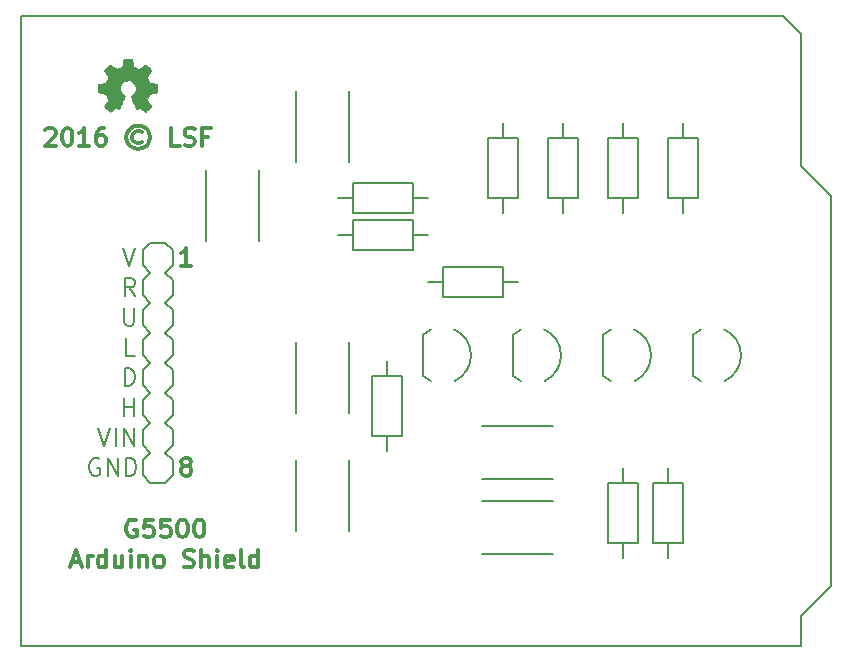
<source format=gbr>
G04 #@! TF.FileFunction,Legend,Top*
%FSLAX46Y46*%
G04 Gerber Fmt 4.6, Leading zero omitted, Abs format (unit mm)*
G04 Created by KiCad (PCBNEW 4.0.5) date Tue Feb 28 17:38:33 2017*
%MOMM*%
%LPD*%
G01*
G04 APERTURE LIST*
%ADD10C,0.100000*%
%ADD11C,0.300000*%
%ADD12C,0.200000*%
%ADD13C,0.150000*%
%ADD14C,0.203200*%
%ADD15C,0.002540*%
G04 APERTURE END LIST*
D10*
D11*
X119400715Y-78696429D02*
X119472144Y-78625000D01*
X119615001Y-78553571D01*
X119972144Y-78553571D01*
X120115001Y-78625000D01*
X120186430Y-78696429D01*
X120257858Y-78839286D01*
X120257858Y-78982143D01*
X120186430Y-79196429D01*
X119329287Y-80053571D01*
X120257858Y-80053571D01*
X121186429Y-78553571D02*
X121329286Y-78553571D01*
X121472143Y-78625000D01*
X121543572Y-78696429D01*
X121615001Y-78839286D01*
X121686429Y-79125000D01*
X121686429Y-79482143D01*
X121615001Y-79767857D01*
X121543572Y-79910714D01*
X121472143Y-79982143D01*
X121329286Y-80053571D01*
X121186429Y-80053571D01*
X121043572Y-79982143D01*
X120972143Y-79910714D01*
X120900715Y-79767857D01*
X120829286Y-79482143D01*
X120829286Y-79125000D01*
X120900715Y-78839286D01*
X120972143Y-78696429D01*
X121043572Y-78625000D01*
X121186429Y-78553571D01*
X123115000Y-80053571D02*
X122257857Y-80053571D01*
X122686429Y-80053571D02*
X122686429Y-78553571D01*
X122543572Y-78767857D01*
X122400714Y-78910714D01*
X122257857Y-78982143D01*
X124400714Y-78553571D02*
X124115000Y-78553571D01*
X123972143Y-78625000D01*
X123900714Y-78696429D01*
X123757857Y-78910714D01*
X123686428Y-79196429D01*
X123686428Y-79767857D01*
X123757857Y-79910714D01*
X123829285Y-79982143D01*
X123972143Y-80053571D01*
X124257857Y-80053571D01*
X124400714Y-79982143D01*
X124472143Y-79910714D01*
X124543571Y-79767857D01*
X124543571Y-79410714D01*
X124472143Y-79267857D01*
X124400714Y-79196429D01*
X124257857Y-79125000D01*
X123972143Y-79125000D01*
X123829285Y-79196429D01*
X123757857Y-79267857D01*
X123686428Y-79410714D01*
X127543571Y-78910714D02*
X127400713Y-78839286D01*
X127114999Y-78839286D01*
X126972142Y-78910714D01*
X126829285Y-79053571D01*
X126757856Y-79196429D01*
X126757856Y-79482143D01*
X126829285Y-79625000D01*
X126972142Y-79767857D01*
X127114999Y-79839286D01*
X127400713Y-79839286D01*
X127543571Y-79767857D01*
X127257856Y-78339286D02*
X126900713Y-78410714D01*
X126543571Y-78625000D01*
X126329285Y-78982143D01*
X126257856Y-79339286D01*
X126329285Y-79696429D01*
X126543571Y-80053571D01*
X126900713Y-80267857D01*
X127257856Y-80339286D01*
X127614999Y-80267857D01*
X127972142Y-80053571D01*
X128186428Y-79696429D01*
X128257856Y-79339286D01*
X128186428Y-78982143D01*
X127972142Y-78625000D01*
X127614999Y-78410714D01*
X127257856Y-78339286D01*
X130757857Y-80053571D02*
X130043571Y-80053571D01*
X130043571Y-78553571D01*
X131186428Y-79982143D02*
X131400714Y-80053571D01*
X131757857Y-80053571D01*
X131900714Y-79982143D01*
X131972143Y-79910714D01*
X132043571Y-79767857D01*
X132043571Y-79625000D01*
X131972143Y-79482143D01*
X131900714Y-79410714D01*
X131757857Y-79339286D01*
X131472143Y-79267857D01*
X131329285Y-79196429D01*
X131257857Y-79125000D01*
X131186428Y-78982143D01*
X131186428Y-78839286D01*
X131257857Y-78696429D01*
X131329285Y-78625000D01*
X131472143Y-78553571D01*
X131829285Y-78553571D01*
X132043571Y-78625000D01*
X133186428Y-79267857D02*
X132686428Y-79267857D01*
X132686428Y-80053571D02*
X132686428Y-78553571D01*
X133400714Y-78553571D01*
X127075715Y-111767000D02*
X126932858Y-111695571D01*
X126718572Y-111695571D01*
X126504287Y-111767000D01*
X126361429Y-111909857D01*
X126290001Y-112052714D01*
X126218572Y-112338429D01*
X126218572Y-112552714D01*
X126290001Y-112838429D01*
X126361429Y-112981286D01*
X126504287Y-113124143D01*
X126718572Y-113195571D01*
X126861429Y-113195571D01*
X127075715Y-113124143D01*
X127147144Y-113052714D01*
X127147144Y-112552714D01*
X126861429Y-112552714D01*
X128504287Y-111695571D02*
X127790001Y-111695571D01*
X127718572Y-112409857D01*
X127790001Y-112338429D01*
X127932858Y-112267000D01*
X128290001Y-112267000D01*
X128432858Y-112338429D01*
X128504287Y-112409857D01*
X128575715Y-112552714D01*
X128575715Y-112909857D01*
X128504287Y-113052714D01*
X128432858Y-113124143D01*
X128290001Y-113195571D01*
X127932858Y-113195571D01*
X127790001Y-113124143D01*
X127718572Y-113052714D01*
X129932858Y-111695571D02*
X129218572Y-111695571D01*
X129147143Y-112409857D01*
X129218572Y-112338429D01*
X129361429Y-112267000D01*
X129718572Y-112267000D01*
X129861429Y-112338429D01*
X129932858Y-112409857D01*
X130004286Y-112552714D01*
X130004286Y-112909857D01*
X129932858Y-113052714D01*
X129861429Y-113124143D01*
X129718572Y-113195571D01*
X129361429Y-113195571D01*
X129218572Y-113124143D01*
X129147143Y-113052714D01*
X130932857Y-111695571D02*
X131075714Y-111695571D01*
X131218571Y-111767000D01*
X131290000Y-111838429D01*
X131361429Y-111981286D01*
X131432857Y-112267000D01*
X131432857Y-112624143D01*
X131361429Y-112909857D01*
X131290000Y-113052714D01*
X131218571Y-113124143D01*
X131075714Y-113195571D01*
X130932857Y-113195571D01*
X130790000Y-113124143D01*
X130718571Y-113052714D01*
X130647143Y-112909857D01*
X130575714Y-112624143D01*
X130575714Y-112267000D01*
X130647143Y-111981286D01*
X130718571Y-111838429D01*
X130790000Y-111767000D01*
X130932857Y-111695571D01*
X132361428Y-111695571D02*
X132504285Y-111695571D01*
X132647142Y-111767000D01*
X132718571Y-111838429D01*
X132790000Y-111981286D01*
X132861428Y-112267000D01*
X132861428Y-112624143D01*
X132790000Y-112909857D01*
X132718571Y-113052714D01*
X132647142Y-113124143D01*
X132504285Y-113195571D01*
X132361428Y-113195571D01*
X132218571Y-113124143D01*
X132147142Y-113052714D01*
X132075714Y-112909857D01*
X132004285Y-112624143D01*
X132004285Y-112267000D01*
X132075714Y-111981286D01*
X132147142Y-111838429D01*
X132218571Y-111767000D01*
X132361428Y-111695571D01*
X121611429Y-115317000D02*
X122325715Y-115317000D01*
X121468572Y-115745571D02*
X121968572Y-114245571D01*
X122468572Y-115745571D01*
X122968572Y-115745571D02*
X122968572Y-114745571D01*
X122968572Y-115031286D02*
X123040000Y-114888429D01*
X123111429Y-114817000D01*
X123254286Y-114745571D01*
X123397143Y-114745571D01*
X124540000Y-115745571D02*
X124540000Y-114245571D01*
X124540000Y-115674143D02*
X124397143Y-115745571D01*
X124111429Y-115745571D01*
X123968571Y-115674143D01*
X123897143Y-115602714D01*
X123825714Y-115459857D01*
X123825714Y-115031286D01*
X123897143Y-114888429D01*
X123968571Y-114817000D01*
X124111429Y-114745571D01*
X124397143Y-114745571D01*
X124540000Y-114817000D01*
X125897143Y-114745571D02*
X125897143Y-115745571D01*
X125254286Y-114745571D02*
X125254286Y-115531286D01*
X125325714Y-115674143D01*
X125468572Y-115745571D01*
X125682857Y-115745571D01*
X125825714Y-115674143D01*
X125897143Y-115602714D01*
X126611429Y-115745571D02*
X126611429Y-114745571D01*
X126611429Y-114245571D02*
X126540000Y-114317000D01*
X126611429Y-114388429D01*
X126682857Y-114317000D01*
X126611429Y-114245571D01*
X126611429Y-114388429D01*
X127325715Y-114745571D02*
X127325715Y-115745571D01*
X127325715Y-114888429D02*
X127397143Y-114817000D01*
X127540001Y-114745571D01*
X127754286Y-114745571D01*
X127897143Y-114817000D01*
X127968572Y-114959857D01*
X127968572Y-115745571D01*
X128897144Y-115745571D02*
X128754286Y-115674143D01*
X128682858Y-115602714D01*
X128611429Y-115459857D01*
X128611429Y-115031286D01*
X128682858Y-114888429D01*
X128754286Y-114817000D01*
X128897144Y-114745571D01*
X129111429Y-114745571D01*
X129254286Y-114817000D01*
X129325715Y-114888429D01*
X129397144Y-115031286D01*
X129397144Y-115459857D01*
X129325715Y-115602714D01*
X129254286Y-115674143D01*
X129111429Y-115745571D01*
X128897144Y-115745571D01*
X131111429Y-115674143D02*
X131325715Y-115745571D01*
X131682858Y-115745571D01*
X131825715Y-115674143D01*
X131897144Y-115602714D01*
X131968572Y-115459857D01*
X131968572Y-115317000D01*
X131897144Y-115174143D01*
X131825715Y-115102714D01*
X131682858Y-115031286D01*
X131397144Y-114959857D01*
X131254286Y-114888429D01*
X131182858Y-114817000D01*
X131111429Y-114674143D01*
X131111429Y-114531286D01*
X131182858Y-114388429D01*
X131254286Y-114317000D01*
X131397144Y-114245571D01*
X131754286Y-114245571D01*
X131968572Y-114317000D01*
X132611429Y-115745571D02*
X132611429Y-114245571D01*
X133254286Y-115745571D02*
X133254286Y-114959857D01*
X133182857Y-114817000D01*
X133040000Y-114745571D01*
X132825715Y-114745571D01*
X132682857Y-114817000D01*
X132611429Y-114888429D01*
X133968572Y-115745571D02*
X133968572Y-114745571D01*
X133968572Y-114245571D02*
X133897143Y-114317000D01*
X133968572Y-114388429D01*
X134040000Y-114317000D01*
X133968572Y-114245571D01*
X133968572Y-114388429D01*
X135254286Y-115674143D02*
X135111429Y-115745571D01*
X134825715Y-115745571D01*
X134682858Y-115674143D01*
X134611429Y-115531286D01*
X134611429Y-114959857D01*
X134682858Y-114817000D01*
X134825715Y-114745571D01*
X135111429Y-114745571D01*
X135254286Y-114817000D01*
X135325715Y-114959857D01*
X135325715Y-115102714D01*
X134611429Y-115245571D01*
X136182858Y-115745571D02*
X136040000Y-115674143D01*
X135968572Y-115531286D01*
X135968572Y-114245571D01*
X137397143Y-115745571D02*
X137397143Y-114245571D01*
X137397143Y-115674143D02*
X137254286Y-115745571D01*
X136968572Y-115745571D01*
X136825714Y-115674143D01*
X136754286Y-115602714D01*
X136682857Y-115459857D01*
X136682857Y-115031286D01*
X136754286Y-114888429D01*
X136825714Y-114817000D01*
X136968572Y-114745571D01*
X137254286Y-114745571D01*
X137397143Y-114817000D01*
D12*
X123952143Y-106565000D02*
X123809286Y-106493571D01*
X123595000Y-106493571D01*
X123380715Y-106565000D01*
X123237857Y-106707857D01*
X123166429Y-106850714D01*
X123095000Y-107136429D01*
X123095000Y-107350714D01*
X123166429Y-107636429D01*
X123237857Y-107779286D01*
X123380715Y-107922143D01*
X123595000Y-107993571D01*
X123737857Y-107993571D01*
X123952143Y-107922143D01*
X124023572Y-107850714D01*
X124023572Y-107350714D01*
X123737857Y-107350714D01*
X124666429Y-107993571D02*
X124666429Y-106493571D01*
X125523572Y-107993571D01*
X125523572Y-106493571D01*
X126237858Y-107993571D02*
X126237858Y-106493571D01*
X126595001Y-106493571D01*
X126809286Y-106565000D01*
X126952144Y-106707857D01*
X127023572Y-106850714D01*
X127095001Y-107136429D01*
X127095001Y-107350714D01*
X127023572Y-107636429D01*
X126952144Y-107779286D01*
X126809286Y-107922143D01*
X126595001Y-107993571D01*
X126237858Y-107993571D01*
X123833143Y-103953571D02*
X124333143Y-105453571D01*
X124833143Y-103953571D01*
X125333143Y-105453571D02*
X125333143Y-103953571D01*
X126047429Y-105453571D02*
X126047429Y-103953571D01*
X126904572Y-105453571D01*
X126904572Y-103953571D01*
X126063429Y-102913571D02*
X126063429Y-101413571D01*
X126063429Y-102127857D02*
X126920572Y-102127857D01*
X126920572Y-102913571D02*
X126920572Y-101413571D01*
X126099143Y-100373571D02*
X126099143Y-98873571D01*
X126456286Y-98873571D01*
X126670571Y-98945000D01*
X126813429Y-99087857D01*
X126884857Y-99230714D01*
X126956286Y-99516429D01*
X126956286Y-99730714D01*
X126884857Y-100016429D01*
X126813429Y-100159286D01*
X126670571Y-100302143D01*
X126456286Y-100373571D01*
X126099143Y-100373571D01*
X126956286Y-97833571D02*
X126242000Y-97833571D01*
X126242000Y-96333571D01*
X126063429Y-93793571D02*
X126063429Y-95007857D01*
X126134857Y-95150714D01*
X126206286Y-95222143D01*
X126349143Y-95293571D01*
X126634857Y-95293571D01*
X126777715Y-95222143D01*
X126849143Y-95150714D01*
X126920572Y-95007857D01*
X126920572Y-93793571D01*
X126956286Y-92753571D02*
X126456286Y-92039286D01*
X126099143Y-92753571D02*
X126099143Y-91253571D01*
X126670571Y-91253571D01*
X126813429Y-91325000D01*
X126884857Y-91396429D01*
X126956286Y-91539286D01*
X126956286Y-91753571D01*
X126884857Y-91896429D01*
X126813429Y-91967857D01*
X126670571Y-92039286D01*
X126099143Y-92039286D01*
X125992000Y-88713571D02*
X126492000Y-90213571D01*
X126992000Y-88713571D01*
D11*
X131175144Y-107136429D02*
X131032286Y-107065000D01*
X130960858Y-106993571D01*
X130889429Y-106850714D01*
X130889429Y-106779286D01*
X130960858Y-106636429D01*
X131032286Y-106565000D01*
X131175144Y-106493571D01*
X131460858Y-106493571D01*
X131603715Y-106565000D01*
X131675144Y-106636429D01*
X131746572Y-106779286D01*
X131746572Y-106850714D01*
X131675144Y-106993571D01*
X131603715Y-107065000D01*
X131460858Y-107136429D01*
X131175144Y-107136429D01*
X131032286Y-107207857D01*
X130960858Y-107279286D01*
X130889429Y-107422143D01*
X130889429Y-107707857D01*
X130960858Y-107850714D01*
X131032286Y-107922143D01*
X131175144Y-107993571D01*
X131460858Y-107993571D01*
X131603715Y-107922143D01*
X131675144Y-107850714D01*
X131746572Y-107707857D01*
X131746572Y-107422143D01*
X131675144Y-107279286D01*
X131603715Y-107207857D01*
X131460858Y-107136429D01*
X131746572Y-90213571D02*
X130889429Y-90213571D01*
X131318001Y-90213571D02*
X131318001Y-88713571D01*
X131175144Y-88927857D01*
X131032286Y-89070714D01*
X130889429Y-89142143D01*
D13*
X183388000Y-81788000D02*
X185928000Y-84328000D01*
X183388000Y-70612000D02*
X183388000Y-81788000D01*
X181864000Y-69088000D02*
X183388000Y-70612000D01*
X117348000Y-69088000D02*
X181864000Y-69088000D01*
X117348000Y-122428000D02*
X117348000Y-69088000D01*
X183388000Y-122428000D02*
X117348000Y-122428000D01*
X183388000Y-119888000D02*
X183388000Y-122428000D01*
X185928000Y-117348000D02*
X183388000Y-119888000D01*
X185928000Y-84328000D02*
X185928000Y-117348000D01*
X162345000Y-114645000D02*
X156345000Y-114645000D01*
X156345000Y-110145000D02*
X162345000Y-110145000D01*
X156345000Y-103795000D02*
X162345000Y-103795000D01*
X162345000Y-108295000D02*
X156345000Y-108295000D01*
X145125000Y-106688000D02*
X145125000Y-112688000D01*
X140625000Y-112688000D02*
X140625000Y-106688000D01*
X145125000Y-96655000D02*
X145125000Y-102655000D01*
X140625000Y-102655000D02*
X140625000Y-96655000D01*
X133005000Y-88130000D02*
X133005000Y-82130000D01*
X137505000Y-82130000D02*
X137505000Y-88130000D01*
X140625000Y-81399000D02*
X140625000Y-75399000D01*
X145125000Y-75399000D02*
X145125000Y-81399000D01*
X152038010Y-95602305D02*
G75*
G03X151335000Y-96090000I996990J-2187695D01*
G01*
X152038010Y-99977695D02*
G75*
G02X151335000Y-99490000I996990J2187695D01*
G01*
X151335000Y-96090000D02*
X151335000Y-99490000D01*
X154028127Y-95605121D02*
G75*
G02X155435000Y-97790000I-993127J-2184879D01*
G01*
X154028127Y-99974879D02*
G75*
G03X155435000Y-97790000I-993127J2184879D01*
G01*
X159658010Y-95602305D02*
G75*
G03X158955000Y-96090000I996990J-2187695D01*
G01*
X159658010Y-99977695D02*
G75*
G02X158955000Y-99490000I996990J2187695D01*
G01*
X158955000Y-96090000D02*
X158955000Y-99490000D01*
X161648127Y-95605121D02*
G75*
G02X163055000Y-97790000I-993127J-2184879D01*
G01*
X161648127Y-99974879D02*
G75*
G03X163055000Y-97790000I-993127J2184879D01*
G01*
X167278010Y-95602305D02*
G75*
G03X166575000Y-96090000I996990J-2187695D01*
G01*
X167278010Y-99977695D02*
G75*
G02X166575000Y-99490000I996990J2187695D01*
G01*
X166575000Y-96090000D02*
X166575000Y-99490000D01*
X169268127Y-95605121D02*
G75*
G02X170675000Y-97790000I-993127J-2184879D01*
G01*
X169268127Y-99974879D02*
G75*
G03X170675000Y-97790000I-993127J2184879D01*
G01*
X174898010Y-95602305D02*
G75*
G03X174195000Y-96090000I996990J-2187695D01*
G01*
X174898010Y-99977695D02*
G75*
G02X174195000Y-99490000I996990J2187695D01*
G01*
X174195000Y-96090000D02*
X174195000Y-99490000D01*
X176888127Y-95605121D02*
G75*
G02X178295000Y-97790000I-993127J-2184879D01*
G01*
X176888127Y-99974879D02*
G75*
G03X178295000Y-97790000I-993127J2184879D01*
G01*
X173355000Y-108585000D02*
X173355000Y-113665000D01*
X173355000Y-113665000D02*
X170815000Y-113665000D01*
X170815000Y-113665000D02*
X170815000Y-108585000D01*
X170815000Y-108585000D02*
X173355000Y-108585000D01*
X172085000Y-108585000D02*
X172085000Y-107315000D01*
X172085000Y-113665000D02*
X172085000Y-114935000D01*
X169545000Y-108585000D02*
X169545000Y-113665000D01*
X169545000Y-113665000D02*
X167005000Y-113665000D01*
X167005000Y-113665000D02*
X167005000Y-108585000D01*
X167005000Y-108585000D02*
X169545000Y-108585000D01*
X168275000Y-108585000D02*
X168275000Y-107315000D01*
X168275000Y-113665000D02*
X168275000Y-114935000D01*
X156845000Y-84455000D02*
X156845000Y-79375000D01*
X156845000Y-79375000D02*
X159385000Y-79375000D01*
X159385000Y-79375000D02*
X159385000Y-84455000D01*
X159385000Y-84455000D02*
X156845000Y-84455000D01*
X158115000Y-84455000D02*
X158115000Y-85725000D01*
X158115000Y-79375000D02*
X158115000Y-78105000D01*
X161925000Y-84455000D02*
X161925000Y-79375000D01*
X161925000Y-79375000D02*
X164465000Y-79375000D01*
X164465000Y-79375000D02*
X164465000Y-84455000D01*
X164465000Y-84455000D02*
X161925000Y-84455000D01*
X163195000Y-84455000D02*
X163195000Y-85725000D01*
X163195000Y-79375000D02*
X163195000Y-78105000D01*
X167005000Y-84455000D02*
X167005000Y-79375000D01*
X167005000Y-79375000D02*
X169545000Y-79375000D01*
X169545000Y-79375000D02*
X169545000Y-84455000D01*
X169545000Y-84455000D02*
X167005000Y-84455000D01*
X168275000Y-84455000D02*
X168275000Y-85725000D01*
X168275000Y-79375000D02*
X168275000Y-78105000D01*
X172085000Y-84455000D02*
X172085000Y-79375000D01*
X172085000Y-79375000D02*
X174625000Y-79375000D01*
X174625000Y-79375000D02*
X174625000Y-84455000D01*
X174625000Y-84455000D02*
X172085000Y-84455000D01*
X173355000Y-84455000D02*
X173355000Y-85725000D01*
X173355000Y-79375000D02*
X173355000Y-78105000D01*
X147066000Y-104648000D02*
X147066000Y-99568000D01*
X147066000Y-99568000D02*
X149606000Y-99568000D01*
X149606000Y-99568000D02*
X149606000Y-104648000D01*
X149606000Y-104648000D02*
X147066000Y-104648000D01*
X148336000Y-104648000D02*
X148336000Y-105918000D01*
X148336000Y-99568000D02*
X148336000Y-98298000D01*
X153035000Y-90297000D02*
X158115000Y-90297000D01*
X158115000Y-90297000D02*
X158115000Y-92837000D01*
X158115000Y-92837000D02*
X153035000Y-92837000D01*
X153035000Y-92837000D02*
X153035000Y-90297000D01*
X153035000Y-91567000D02*
X151765000Y-91567000D01*
X158115000Y-91567000D02*
X159385000Y-91567000D01*
X145415000Y-86360000D02*
X150495000Y-86360000D01*
X150495000Y-86360000D02*
X150495000Y-88900000D01*
X150495000Y-88900000D02*
X145415000Y-88900000D01*
X145415000Y-88900000D02*
X145415000Y-86360000D01*
X145415000Y-87630000D02*
X144145000Y-87630000D01*
X150495000Y-87630000D02*
X151765000Y-87630000D01*
X145415000Y-83185000D02*
X150495000Y-83185000D01*
X150495000Y-83185000D02*
X150495000Y-85725000D01*
X150495000Y-85725000D02*
X145415000Y-85725000D01*
X145415000Y-85725000D02*
X145415000Y-83185000D01*
X145415000Y-84455000D02*
X144145000Y-84455000D01*
X150495000Y-84455000D02*
X151765000Y-84455000D01*
D14*
X130175000Y-104140000D02*
X130175000Y-105410000D01*
X130175000Y-105410000D02*
X129540000Y-106045000D01*
X128270000Y-106045000D02*
X127635000Y-105410000D01*
X129540000Y-100965000D02*
X130175000Y-101600000D01*
X130175000Y-101600000D02*
X130175000Y-102870000D01*
X130175000Y-102870000D02*
X129540000Y-103505000D01*
X128270000Y-103505000D02*
X127635000Y-102870000D01*
X127635000Y-102870000D02*
X127635000Y-101600000D01*
X127635000Y-101600000D02*
X128270000Y-100965000D01*
X130175000Y-104140000D02*
X129540000Y-103505000D01*
X128270000Y-103505000D02*
X127635000Y-104140000D01*
X127635000Y-105410000D02*
X127635000Y-104140000D01*
X130175000Y-96520000D02*
X130175000Y-97790000D01*
X130175000Y-97790000D02*
X129540000Y-98425000D01*
X128270000Y-98425000D02*
X127635000Y-97790000D01*
X129540000Y-98425000D02*
X130175000Y-99060000D01*
X130175000Y-99060000D02*
X130175000Y-100330000D01*
X130175000Y-100330000D02*
X129540000Y-100965000D01*
X128270000Y-100965000D02*
X127635000Y-100330000D01*
X127635000Y-100330000D02*
X127635000Y-99060000D01*
X127635000Y-99060000D02*
X128270000Y-98425000D01*
X129540000Y-93345000D02*
X130175000Y-93980000D01*
X130175000Y-93980000D02*
X130175000Y-95250000D01*
X130175000Y-95250000D02*
X129540000Y-95885000D01*
X128270000Y-95885000D02*
X127635000Y-95250000D01*
X127635000Y-95250000D02*
X127635000Y-93980000D01*
X127635000Y-93980000D02*
X128270000Y-93345000D01*
X130175000Y-96520000D02*
X129540000Y-95885000D01*
X128270000Y-95885000D02*
X127635000Y-96520000D01*
X127635000Y-97790000D02*
X127635000Y-96520000D01*
X130175000Y-88900000D02*
X130175000Y-90170000D01*
X130175000Y-90170000D02*
X129540000Y-90805000D01*
X128270000Y-90805000D02*
X127635000Y-90170000D01*
X129540000Y-90805000D02*
X130175000Y-91440000D01*
X130175000Y-91440000D02*
X130175000Y-92710000D01*
X130175000Y-92710000D02*
X129540000Y-93345000D01*
X128270000Y-93345000D02*
X127635000Y-92710000D01*
X127635000Y-92710000D02*
X127635000Y-91440000D01*
X127635000Y-91440000D02*
X128270000Y-90805000D01*
X129540000Y-88265000D02*
X128270000Y-88265000D01*
X130175000Y-88900000D02*
X129540000Y-88265000D01*
X128270000Y-88265000D02*
X127635000Y-88900000D01*
X127635000Y-90170000D02*
X127635000Y-88900000D01*
X130175000Y-106680000D02*
X130175000Y-107950000D01*
X130175000Y-107950000D02*
X129540000Y-108585000D01*
X129540000Y-108585000D02*
X128270000Y-108585000D01*
X128270000Y-108585000D02*
X127635000Y-107950000D01*
X130175000Y-106680000D02*
X129540000Y-106045000D01*
X128270000Y-106045000D02*
X127635000Y-106680000D01*
X127635000Y-107950000D02*
X127635000Y-106680000D01*
D15*
G36*
X124851160Y-77175360D02*
X124876560Y-77160120D01*
X124934980Y-77124560D01*
X125018800Y-77068680D01*
X125117860Y-77002640D01*
X125216920Y-76936600D01*
X125298200Y-76883260D01*
X125354080Y-76845160D01*
X125379480Y-76832460D01*
X125392180Y-76837540D01*
X125437900Y-76860400D01*
X125506480Y-76895960D01*
X125547120Y-76916280D01*
X125608080Y-76941680D01*
X125641100Y-76949300D01*
X125646180Y-76939140D01*
X125669040Y-76890880D01*
X125704600Y-76809600D01*
X125750320Y-76700380D01*
X125806200Y-76573380D01*
X125862080Y-76438760D01*
X125920500Y-76299060D01*
X125976380Y-76164440D01*
X126024640Y-76045060D01*
X126065280Y-75948540D01*
X126090680Y-75879960D01*
X126100840Y-75852020D01*
X126098300Y-75844400D01*
X126065280Y-75813920D01*
X126011940Y-75773280D01*
X125892560Y-75676760D01*
X125775720Y-75531980D01*
X125704600Y-75366880D01*
X125681740Y-75181460D01*
X125702060Y-75011280D01*
X125768100Y-74848720D01*
X125882400Y-74701400D01*
X126022100Y-74592180D01*
X126184660Y-74523600D01*
X126365000Y-74500740D01*
X126537720Y-74521060D01*
X126705360Y-74587100D01*
X126852680Y-74698860D01*
X126916180Y-74769980D01*
X127002540Y-74919840D01*
X127050800Y-75077320D01*
X127055880Y-75117960D01*
X127048260Y-75293220D01*
X126997460Y-75463400D01*
X126903480Y-75613260D01*
X126773940Y-75737720D01*
X126758700Y-75747880D01*
X126700280Y-75793600D01*
X126659640Y-75824080D01*
X126629160Y-75849480D01*
X126852680Y-76387960D01*
X126888240Y-76471780D01*
X126949200Y-76619100D01*
X127002540Y-76746100D01*
X127045720Y-76847700D01*
X127076200Y-76913740D01*
X127088900Y-76941680D01*
X127088900Y-76944220D01*
X127109220Y-76946760D01*
X127149860Y-76931520D01*
X127226060Y-76895960D01*
X127274320Y-76870560D01*
X127332740Y-76842620D01*
X127358140Y-76832460D01*
X127381000Y-76845160D01*
X127434340Y-76880720D01*
X127515620Y-76934060D01*
X127612140Y-76997560D01*
X127703580Y-77061060D01*
X127787400Y-77116940D01*
X127848360Y-77155040D01*
X127878840Y-77172820D01*
X127883920Y-77172820D01*
X127909320Y-77157580D01*
X127957580Y-77116940D01*
X128031240Y-77048360D01*
X128135380Y-76944220D01*
X128150620Y-76928980D01*
X128236980Y-76842620D01*
X128305560Y-76768960D01*
X128351280Y-76718160D01*
X128369060Y-76695300D01*
X128369060Y-76695300D01*
X128353820Y-76664820D01*
X128315720Y-76603860D01*
X128259840Y-76517500D01*
X128191260Y-76418440D01*
X128013460Y-76159360D01*
X128109980Y-75915520D01*
X128140460Y-75839320D01*
X128178560Y-75750420D01*
X128206500Y-75684380D01*
X128221740Y-75656440D01*
X128247140Y-75646280D01*
X128315720Y-75631040D01*
X128412240Y-75610720D01*
X128526540Y-75590400D01*
X128638300Y-75570080D01*
X128737360Y-75549760D01*
X128808480Y-75537060D01*
X128841500Y-75529440D01*
X128849120Y-75524360D01*
X128856740Y-75509120D01*
X128859280Y-75476100D01*
X128861820Y-75415140D01*
X128864360Y-75321160D01*
X128864360Y-75181460D01*
X128864360Y-75166220D01*
X128861820Y-75036680D01*
X128859280Y-74930000D01*
X128856740Y-74863960D01*
X128851660Y-74836020D01*
X128851660Y-74836020D01*
X128821180Y-74828400D01*
X128750060Y-74813160D01*
X128651000Y-74795380D01*
X128531620Y-74772520D01*
X128524000Y-74769980D01*
X128407160Y-74747120D01*
X128308100Y-74726800D01*
X128236980Y-74711560D01*
X128209040Y-74701400D01*
X128201420Y-74693780D01*
X128178560Y-74648060D01*
X128145540Y-74574400D01*
X128104900Y-74485500D01*
X128066800Y-74391520D01*
X128033780Y-74307700D01*
X128010920Y-74246740D01*
X128003300Y-74218800D01*
X128005840Y-74216260D01*
X128023620Y-74188320D01*
X128064260Y-74127360D01*
X128120140Y-74043540D01*
X128188720Y-73941940D01*
X128193800Y-73934320D01*
X128262380Y-73835260D01*
X128318260Y-73748900D01*
X128353820Y-73690480D01*
X128369060Y-73662540D01*
X128369060Y-73660000D01*
X128346200Y-73629520D01*
X128295400Y-73573640D01*
X128221740Y-73497440D01*
X128135380Y-73408540D01*
X128107440Y-73383140D01*
X128008380Y-73286620D01*
X127942340Y-73225660D01*
X127899160Y-73192640D01*
X127878840Y-73185020D01*
X127878840Y-73185020D01*
X127848360Y-73202800D01*
X127784860Y-73243440D01*
X127701040Y-73301860D01*
X127599440Y-73370440D01*
X127591820Y-73375520D01*
X127492760Y-73444100D01*
X127408940Y-73499980D01*
X127350520Y-73540620D01*
X127322580Y-73555860D01*
X127320040Y-73555860D01*
X127279400Y-73543160D01*
X127208280Y-73517760D01*
X127119380Y-73484740D01*
X127027940Y-73446640D01*
X126944120Y-73411080D01*
X126880620Y-73383140D01*
X126850140Y-73365360D01*
X126850140Y-73365360D01*
X126839980Y-73329800D01*
X126822200Y-73253600D01*
X126801880Y-73152000D01*
X126776480Y-73030080D01*
X126773940Y-73009760D01*
X126751080Y-72890380D01*
X126733300Y-72791320D01*
X126718060Y-72722740D01*
X126710440Y-72694800D01*
X126695200Y-72692260D01*
X126636780Y-72687180D01*
X126547880Y-72684640D01*
X126438660Y-72684640D01*
X126326900Y-72684640D01*
X126217680Y-72687180D01*
X126123700Y-72689720D01*
X126055120Y-72694800D01*
X126027180Y-72699880D01*
X126027180Y-72702420D01*
X126017020Y-72740520D01*
X125999240Y-72814180D01*
X125978920Y-72918320D01*
X125956060Y-73040240D01*
X125950980Y-73063100D01*
X125928120Y-73179940D01*
X125907800Y-73279000D01*
X125895100Y-73345040D01*
X125887480Y-73372980D01*
X125874780Y-73378060D01*
X125826520Y-73398380D01*
X125747780Y-73431400D01*
X125648720Y-73472040D01*
X125420120Y-73563480D01*
X125138180Y-73372980D01*
X125112780Y-73355200D01*
X125011180Y-73286620D01*
X124929900Y-73230740D01*
X124871480Y-73192640D01*
X124848620Y-73179940D01*
X124846080Y-73179940D01*
X124818140Y-73205340D01*
X124762260Y-73258680D01*
X124686060Y-73332340D01*
X124597160Y-73418700D01*
X124533660Y-73484740D01*
X124454920Y-73563480D01*
X124406660Y-73616820D01*
X124378720Y-73649840D01*
X124371100Y-73670160D01*
X124373640Y-73685400D01*
X124391420Y-73713340D01*
X124432060Y-73774300D01*
X124490480Y-73860660D01*
X124559060Y-73959720D01*
X124614940Y-74043540D01*
X124675900Y-74137520D01*
X124714000Y-74203560D01*
X124729240Y-74236580D01*
X124724160Y-74249280D01*
X124706380Y-74305160D01*
X124670820Y-74388980D01*
X124630180Y-74488040D01*
X124531120Y-74709020D01*
X124386340Y-74736960D01*
X124297440Y-74754740D01*
X124175520Y-74777600D01*
X124056140Y-74800460D01*
X123873260Y-74836020D01*
X123865640Y-75511660D01*
X123893580Y-75524360D01*
X123921520Y-75531980D01*
X123990100Y-75547220D01*
X124086620Y-75567540D01*
X124203460Y-75587860D01*
X124299980Y-75605640D01*
X124399040Y-75625960D01*
X124470160Y-75638660D01*
X124500640Y-75646280D01*
X124510800Y-75656440D01*
X124533660Y-75704700D01*
X124569220Y-75780900D01*
X124609860Y-75872340D01*
X124647960Y-75966320D01*
X124683520Y-76055220D01*
X124706380Y-76121260D01*
X124716540Y-76154280D01*
X124703840Y-76182220D01*
X124665740Y-76240640D01*
X124612400Y-76321920D01*
X124543820Y-76420980D01*
X124477780Y-76517500D01*
X124419360Y-76601320D01*
X124381260Y-76662280D01*
X124363480Y-76690220D01*
X124373640Y-76708000D01*
X124411740Y-76756260D01*
X124485400Y-76832460D01*
X124597160Y-76941680D01*
X124614940Y-76959460D01*
X124701300Y-77043280D01*
X124774960Y-77111860D01*
X124828300Y-77157580D01*
X124851160Y-77175360D01*
X124851160Y-77175360D01*
G37*
X124851160Y-77175360D02*
X124876560Y-77160120D01*
X124934980Y-77124560D01*
X125018800Y-77068680D01*
X125117860Y-77002640D01*
X125216920Y-76936600D01*
X125298200Y-76883260D01*
X125354080Y-76845160D01*
X125379480Y-76832460D01*
X125392180Y-76837540D01*
X125437900Y-76860400D01*
X125506480Y-76895960D01*
X125547120Y-76916280D01*
X125608080Y-76941680D01*
X125641100Y-76949300D01*
X125646180Y-76939140D01*
X125669040Y-76890880D01*
X125704600Y-76809600D01*
X125750320Y-76700380D01*
X125806200Y-76573380D01*
X125862080Y-76438760D01*
X125920500Y-76299060D01*
X125976380Y-76164440D01*
X126024640Y-76045060D01*
X126065280Y-75948540D01*
X126090680Y-75879960D01*
X126100840Y-75852020D01*
X126098300Y-75844400D01*
X126065280Y-75813920D01*
X126011940Y-75773280D01*
X125892560Y-75676760D01*
X125775720Y-75531980D01*
X125704600Y-75366880D01*
X125681740Y-75181460D01*
X125702060Y-75011280D01*
X125768100Y-74848720D01*
X125882400Y-74701400D01*
X126022100Y-74592180D01*
X126184660Y-74523600D01*
X126365000Y-74500740D01*
X126537720Y-74521060D01*
X126705360Y-74587100D01*
X126852680Y-74698860D01*
X126916180Y-74769980D01*
X127002540Y-74919840D01*
X127050800Y-75077320D01*
X127055880Y-75117960D01*
X127048260Y-75293220D01*
X126997460Y-75463400D01*
X126903480Y-75613260D01*
X126773940Y-75737720D01*
X126758700Y-75747880D01*
X126700280Y-75793600D01*
X126659640Y-75824080D01*
X126629160Y-75849480D01*
X126852680Y-76387960D01*
X126888240Y-76471780D01*
X126949200Y-76619100D01*
X127002540Y-76746100D01*
X127045720Y-76847700D01*
X127076200Y-76913740D01*
X127088900Y-76941680D01*
X127088900Y-76944220D01*
X127109220Y-76946760D01*
X127149860Y-76931520D01*
X127226060Y-76895960D01*
X127274320Y-76870560D01*
X127332740Y-76842620D01*
X127358140Y-76832460D01*
X127381000Y-76845160D01*
X127434340Y-76880720D01*
X127515620Y-76934060D01*
X127612140Y-76997560D01*
X127703580Y-77061060D01*
X127787400Y-77116940D01*
X127848360Y-77155040D01*
X127878840Y-77172820D01*
X127883920Y-77172820D01*
X127909320Y-77157580D01*
X127957580Y-77116940D01*
X128031240Y-77048360D01*
X128135380Y-76944220D01*
X128150620Y-76928980D01*
X128236980Y-76842620D01*
X128305560Y-76768960D01*
X128351280Y-76718160D01*
X128369060Y-76695300D01*
X128369060Y-76695300D01*
X128353820Y-76664820D01*
X128315720Y-76603860D01*
X128259840Y-76517500D01*
X128191260Y-76418440D01*
X128013460Y-76159360D01*
X128109980Y-75915520D01*
X128140460Y-75839320D01*
X128178560Y-75750420D01*
X128206500Y-75684380D01*
X128221740Y-75656440D01*
X128247140Y-75646280D01*
X128315720Y-75631040D01*
X128412240Y-75610720D01*
X128526540Y-75590400D01*
X128638300Y-75570080D01*
X128737360Y-75549760D01*
X128808480Y-75537060D01*
X128841500Y-75529440D01*
X128849120Y-75524360D01*
X128856740Y-75509120D01*
X128859280Y-75476100D01*
X128861820Y-75415140D01*
X128864360Y-75321160D01*
X128864360Y-75181460D01*
X128864360Y-75166220D01*
X128861820Y-75036680D01*
X128859280Y-74930000D01*
X128856740Y-74863960D01*
X128851660Y-74836020D01*
X128851660Y-74836020D01*
X128821180Y-74828400D01*
X128750060Y-74813160D01*
X128651000Y-74795380D01*
X128531620Y-74772520D01*
X128524000Y-74769980D01*
X128407160Y-74747120D01*
X128308100Y-74726800D01*
X128236980Y-74711560D01*
X128209040Y-74701400D01*
X128201420Y-74693780D01*
X128178560Y-74648060D01*
X128145540Y-74574400D01*
X128104900Y-74485500D01*
X128066800Y-74391520D01*
X128033780Y-74307700D01*
X128010920Y-74246740D01*
X128003300Y-74218800D01*
X128005840Y-74216260D01*
X128023620Y-74188320D01*
X128064260Y-74127360D01*
X128120140Y-74043540D01*
X128188720Y-73941940D01*
X128193800Y-73934320D01*
X128262380Y-73835260D01*
X128318260Y-73748900D01*
X128353820Y-73690480D01*
X128369060Y-73662540D01*
X128369060Y-73660000D01*
X128346200Y-73629520D01*
X128295400Y-73573640D01*
X128221740Y-73497440D01*
X128135380Y-73408540D01*
X128107440Y-73383140D01*
X128008380Y-73286620D01*
X127942340Y-73225660D01*
X127899160Y-73192640D01*
X127878840Y-73185020D01*
X127878840Y-73185020D01*
X127848360Y-73202800D01*
X127784860Y-73243440D01*
X127701040Y-73301860D01*
X127599440Y-73370440D01*
X127591820Y-73375520D01*
X127492760Y-73444100D01*
X127408940Y-73499980D01*
X127350520Y-73540620D01*
X127322580Y-73555860D01*
X127320040Y-73555860D01*
X127279400Y-73543160D01*
X127208280Y-73517760D01*
X127119380Y-73484740D01*
X127027940Y-73446640D01*
X126944120Y-73411080D01*
X126880620Y-73383140D01*
X126850140Y-73365360D01*
X126850140Y-73365360D01*
X126839980Y-73329800D01*
X126822200Y-73253600D01*
X126801880Y-73152000D01*
X126776480Y-73030080D01*
X126773940Y-73009760D01*
X126751080Y-72890380D01*
X126733300Y-72791320D01*
X126718060Y-72722740D01*
X126710440Y-72694800D01*
X126695200Y-72692260D01*
X126636780Y-72687180D01*
X126547880Y-72684640D01*
X126438660Y-72684640D01*
X126326900Y-72684640D01*
X126217680Y-72687180D01*
X126123700Y-72689720D01*
X126055120Y-72694800D01*
X126027180Y-72699880D01*
X126027180Y-72702420D01*
X126017020Y-72740520D01*
X125999240Y-72814180D01*
X125978920Y-72918320D01*
X125956060Y-73040240D01*
X125950980Y-73063100D01*
X125928120Y-73179940D01*
X125907800Y-73279000D01*
X125895100Y-73345040D01*
X125887480Y-73372980D01*
X125874780Y-73378060D01*
X125826520Y-73398380D01*
X125747780Y-73431400D01*
X125648720Y-73472040D01*
X125420120Y-73563480D01*
X125138180Y-73372980D01*
X125112780Y-73355200D01*
X125011180Y-73286620D01*
X124929900Y-73230740D01*
X124871480Y-73192640D01*
X124848620Y-73179940D01*
X124846080Y-73179940D01*
X124818140Y-73205340D01*
X124762260Y-73258680D01*
X124686060Y-73332340D01*
X124597160Y-73418700D01*
X124533660Y-73484740D01*
X124454920Y-73563480D01*
X124406660Y-73616820D01*
X124378720Y-73649840D01*
X124371100Y-73670160D01*
X124373640Y-73685400D01*
X124391420Y-73713340D01*
X124432060Y-73774300D01*
X124490480Y-73860660D01*
X124559060Y-73959720D01*
X124614940Y-74043540D01*
X124675900Y-74137520D01*
X124714000Y-74203560D01*
X124729240Y-74236580D01*
X124724160Y-74249280D01*
X124706380Y-74305160D01*
X124670820Y-74388980D01*
X124630180Y-74488040D01*
X124531120Y-74709020D01*
X124386340Y-74736960D01*
X124297440Y-74754740D01*
X124175520Y-74777600D01*
X124056140Y-74800460D01*
X123873260Y-74836020D01*
X123865640Y-75511660D01*
X123893580Y-75524360D01*
X123921520Y-75531980D01*
X123990100Y-75547220D01*
X124086620Y-75567540D01*
X124203460Y-75587860D01*
X124299980Y-75605640D01*
X124399040Y-75625960D01*
X124470160Y-75638660D01*
X124500640Y-75646280D01*
X124510800Y-75656440D01*
X124533660Y-75704700D01*
X124569220Y-75780900D01*
X124609860Y-75872340D01*
X124647960Y-75966320D01*
X124683520Y-76055220D01*
X124706380Y-76121260D01*
X124716540Y-76154280D01*
X124703840Y-76182220D01*
X124665740Y-76240640D01*
X124612400Y-76321920D01*
X124543820Y-76420980D01*
X124477780Y-76517500D01*
X124419360Y-76601320D01*
X124381260Y-76662280D01*
X124363480Y-76690220D01*
X124373640Y-76708000D01*
X124411740Y-76756260D01*
X124485400Y-76832460D01*
X124597160Y-76941680D01*
X124614940Y-76959460D01*
X124701300Y-77043280D01*
X124774960Y-77111860D01*
X124828300Y-77157580D01*
X124851160Y-77175360D01*
M02*

</source>
